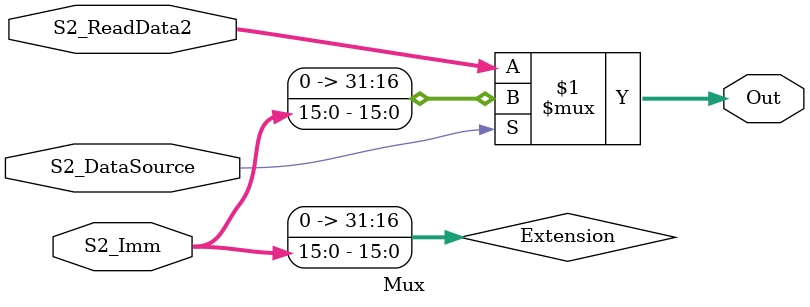
<source format=v>
`timescale 1ns / 1ps


module Mux(Out, S2_ReadData2, S2_Imm, S2_DataSource);

input [31:0] S2_ReadData2;
input [15:0]S2_Imm;
input  S2_DataSource;

output [31:0] Out;


wire[31:0]Extension;

assign Extension= {{16{0}}, S2_Imm}; // extends immediate to 32 bit. 
assign Out =(S2_DataSource) ? Extension : S2_ReadData2; // choose which one. immediate or RD2




endmodule

</source>
